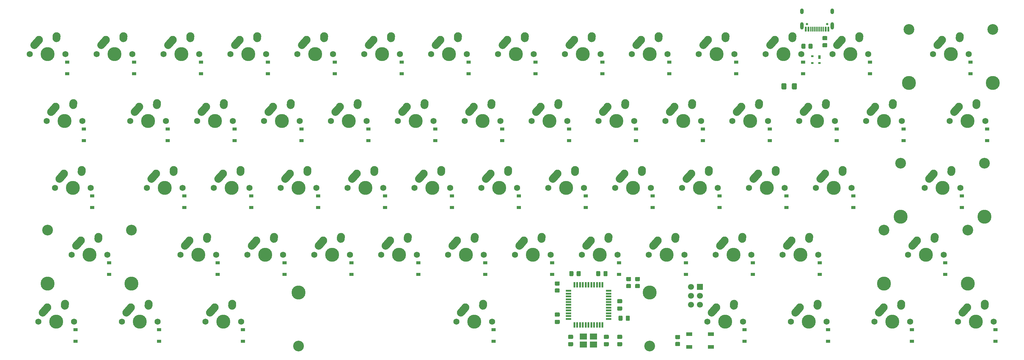
<source format=gbr>
G04 #@! TF.GenerationSoftware,KiCad,Pcbnew,(5.1.9)-1*
G04 #@! TF.CreationDate,2021-03-29T17:21:37+03:00*
G04 #@! TF.ProjectId,hotshot_keyboard,686f7473-686f-4745-9f6b-6579626f6172,rev?*
G04 #@! TF.SameCoordinates,Original*
G04 #@! TF.FileFunction,Soldermask,Bot*
G04 #@! TF.FilePolarity,Negative*
%FSLAX46Y46*%
G04 Gerber Fmt 4.6, Leading zero omitted, Abs format (unit mm)*
G04 Created by KiCad (PCBNEW (5.1.9)-1) date 2021-03-29 17:21:37*
%MOMM*%
%LPD*%
G01*
G04 APERTURE LIST*
%ADD10C,1.750000*%
%ADD11C,2.250000*%
%ADD12C,3.987800*%
%ADD13C,3.048000*%
%ADD14R,1.200000X0.900000*%
%ADD15R,0.700000X0.600000*%
%ADD16R,0.700000X1.000000*%
%ADD17R,2.100000X1.800000*%
%ADD18R,0.550000X1.500000*%
%ADD19R,1.500000X0.550000*%
%ADD20R,1.800000X1.100000*%
%ADD21R,0.600000X1.450000*%
%ADD22R,0.300000X1.450000*%
%ADD23O,1.000000X2.100000*%
%ADD24C,0.650000*%
%ADD25O,1.000000X1.600000*%
%ADD26R,1.700000X1.700000*%
%ADD27C,1.700000*%
G04 APERTURE END LIST*
D10*
X176530000Y-61912500D03*
X166370000Y-61912500D03*
D11*
X168950000Y-57912500D03*
D12*
X171450000Y-61912500D03*
G36*
G01*
X166888688Y-60209850D02*
X166888683Y-60209845D01*
G75*
G02*
X166802655Y-58621183I751317J837345D01*
G01*
X168112657Y-57161183D01*
G75*
G02*
X169701319Y-57075155I837345J-751317D01*
G01*
X169701319Y-57075155D01*
G75*
G02*
X169787347Y-58663817I-751317J-837345D01*
G01*
X168477345Y-60123817D01*
G75*
G02*
X166888683Y-60209845I-837345J751317D01*
G01*
G37*
D11*
X173990000Y-56832500D03*
G36*
G01*
X173873483Y-58534895D02*
X173872597Y-58534834D01*
G75*
G02*
X172827666Y-57335097I77403J1122334D01*
G01*
X172867666Y-56755097D01*
G75*
G02*
X174067403Y-55710166I1122334J-77403D01*
G01*
X174067403Y-55710166D01*
G75*
G02*
X175112334Y-56909903I-77403J-1122334D01*
G01*
X175072334Y-57489903D01*
G75*
G02*
X173872597Y-58534834I-1122334J77403D01*
G01*
G37*
D10*
X214630000Y-61912500D03*
X204470000Y-61912500D03*
D11*
X207050000Y-57912500D03*
D12*
X209550000Y-61912500D03*
G36*
G01*
X204988688Y-60209850D02*
X204988683Y-60209845D01*
G75*
G02*
X204902655Y-58621183I751317J837345D01*
G01*
X206212657Y-57161183D01*
G75*
G02*
X207801319Y-57075155I837345J-751317D01*
G01*
X207801319Y-57075155D01*
G75*
G02*
X207887347Y-58663817I-751317J-837345D01*
G01*
X206577345Y-60123817D01*
G75*
G02*
X204988683Y-60209845I-837345J751317D01*
G01*
G37*
D11*
X212090000Y-56832500D03*
G36*
G01*
X211973483Y-58534895D02*
X211972597Y-58534834D01*
G75*
G02*
X210927666Y-57335097I77403J1122334D01*
G01*
X210967666Y-56755097D01*
G75*
G02*
X212167403Y-55710166I1122334J-77403D01*
G01*
X212167403Y-55710166D01*
G75*
G02*
X213212334Y-56909903I-77403J-1122334D01*
G01*
X213172334Y-57489903D01*
G75*
G02*
X211972597Y-58534834I-1122334J77403D01*
G01*
G37*
D12*
X195256150Y-91757500D03*
X95256350Y-91757500D03*
D13*
X195256150Y-106997500D03*
X95256350Y-106997500D03*
D10*
X150336250Y-100012500D03*
X140176250Y-100012500D03*
D11*
X142756250Y-96012500D03*
D12*
X145256250Y-100012500D03*
G36*
G01*
X140694938Y-98309850D02*
X140694933Y-98309845D01*
G75*
G02*
X140608905Y-96721183I751317J837345D01*
G01*
X141918907Y-95261183D01*
G75*
G02*
X143507569Y-95175155I837345J-751317D01*
G01*
X143507569Y-95175155D01*
G75*
G02*
X143593597Y-96763817I-751317J-837345D01*
G01*
X142283595Y-98223817D01*
G75*
G02*
X140694933Y-98309845I-837345J751317D01*
G01*
G37*
D11*
X147796250Y-94932500D03*
G36*
G01*
X147679733Y-96634895D02*
X147678847Y-96634834D01*
G75*
G02*
X146633916Y-95435097I77403J1122334D01*
G01*
X146673916Y-94855097D01*
G75*
G02*
X147873653Y-93810166I1122334J-77403D01*
G01*
X147873653Y-93810166D01*
G75*
G02*
X148918584Y-95009903I-77403J-1122334D01*
G01*
X148878584Y-95589903D01*
G75*
G02*
X147678847Y-96634834I-1122334J77403D01*
G01*
G37*
G36*
G01*
X235725000Y-33645000D02*
X235725000Y-32395000D01*
G75*
G02*
X235975000Y-32145000I250000J0D01*
G01*
X236900000Y-32145000D01*
G75*
G02*
X237150000Y-32395000I0J-250000D01*
G01*
X237150000Y-33645000D01*
G75*
G02*
X236900000Y-33895000I-250000J0D01*
G01*
X235975000Y-33895000D01*
G75*
G02*
X235725000Y-33645000I0J250000D01*
G01*
G37*
G36*
G01*
X232750000Y-33645000D02*
X232750000Y-32395000D01*
G75*
G02*
X233000000Y-32145000I250000J0D01*
G01*
X233925000Y-32145000D01*
G75*
G02*
X234175000Y-32395000I0J-250000D01*
G01*
X234175000Y-33645000D01*
G75*
G02*
X233925000Y-33895000I-250000J0D01*
G01*
X233000000Y-33895000D01*
G75*
G02*
X232750000Y-33645000I0J250000D01*
G01*
G37*
D10*
X267017500Y-42862500D03*
X256857500Y-42862500D03*
D11*
X259437500Y-38862500D03*
D12*
X261937500Y-42862500D03*
G36*
G01*
X257376188Y-41159850D02*
X257376183Y-41159845D01*
G75*
G02*
X257290155Y-39571183I751317J837345D01*
G01*
X258600157Y-38111183D01*
G75*
G02*
X260188819Y-38025155I837345J-751317D01*
G01*
X260188819Y-38025155D01*
G75*
G02*
X260274847Y-39613817I-751317J-837345D01*
G01*
X258964845Y-41073817D01*
G75*
G02*
X257376183Y-41159845I-837345J751317D01*
G01*
G37*
D11*
X264477500Y-37782500D03*
G36*
G01*
X264360983Y-39484895D02*
X264360097Y-39484834D01*
G75*
G02*
X263315166Y-38285097I77403J1122334D01*
G01*
X263355166Y-37705097D01*
G75*
G02*
X264554903Y-36660166I1122334J-77403D01*
G01*
X264554903Y-36660166D01*
G75*
G02*
X265599834Y-37859903I-77403J-1122334D01*
G01*
X265559834Y-38439903D01*
G75*
G02*
X264360097Y-39484834I-1122334J77403D01*
G01*
G37*
D10*
X224155000Y-80962500D03*
X213995000Y-80962500D03*
D11*
X216575000Y-76962500D03*
D12*
X219075000Y-80962500D03*
G36*
G01*
X214513688Y-79259850D02*
X214513683Y-79259845D01*
G75*
G02*
X214427655Y-77671183I751317J837345D01*
G01*
X215737657Y-76211183D01*
G75*
G02*
X217326319Y-76125155I837345J-751317D01*
G01*
X217326319Y-76125155D01*
G75*
G02*
X217412347Y-77713817I-751317J-837345D01*
G01*
X216102345Y-79173817D01*
G75*
G02*
X214513683Y-79259845I-837345J751317D01*
G01*
G37*
D11*
X221615000Y-75882500D03*
G36*
G01*
X221498483Y-77584895D02*
X221497597Y-77584834D01*
G75*
G02*
X220452666Y-76385097I77403J1122334D01*
G01*
X220492666Y-75805097D01*
G75*
G02*
X221692403Y-74760166I1122334J-77403D01*
G01*
X221692403Y-74760166D01*
G75*
G02*
X222737334Y-75959903I-77403J-1122334D01*
G01*
X222697334Y-76539903D01*
G75*
G02*
X221497597Y-77584834I-1122334J77403D01*
G01*
G37*
D10*
X62230000Y-61912500D03*
X52070000Y-61912500D03*
D11*
X54650000Y-57912500D03*
D12*
X57150000Y-61912500D03*
G36*
G01*
X52588688Y-60209850D02*
X52588683Y-60209845D01*
G75*
G02*
X52502655Y-58621183I751317J837345D01*
G01*
X53812657Y-57161183D01*
G75*
G02*
X55401319Y-57075155I837345J-751317D01*
G01*
X55401319Y-57075155D01*
G75*
G02*
X55487347Y-58663817I-751317J-837345D01*
G01*
X54177345Y-60123817D01*
G75*
G02*
X52588683Y-60209845I-837345J751317D01*
G01*
G37*
D11*
X59690000Y-56832500D03*
G36*
G01*
X59573483Y-58534895D02*
X59572597Y-58534834D01*
G75*
G02*
X58527666Y-57335097I77403J1122334D01*
G01*
X58567666Y-56755097D01*
G75*
G02*
X59767403Y-55710166I1122334J-77403D01*
G01*
X59767403Y-55710166D01*
G75*
G02*
X60812334Y-56909903I-77403J-1122334D01*
G01*
X60772334Y-57489903D01*
G75*
G02*
X59572597Y-58534834I-1122334J77403D01*
G01*
G37*
D10*
X247967500Y-42862500D03*
X237807500Y-42862500D03*
D11*
X240387500Y-38862500D03*
D12*
X242887500Y-42862500D03*
G36*
G01*
X238326188Y-41159850D02*
X238326183Y-41159845D01*
G75*
G02*
X238240155Y-39571183I751317J837345D01*
G01*
X239550157Y-38111183D01*
G75*
G02*
X241138819Y-38025155I837345J-751317D01*
G01*
X241138819Y-38025155D01*
G75*
G02*
X241224847Y-39613817I-751317J-837345D01*
G01*
X239914845Y-41073817D01*
G75*
G02*
X238326183Y-41159845I-837345J751317D01*
G01*
G37*
D11*
X245427500Y-37782500D03*
G36*
G01*
X245310983Y-39484895D02*
X245310097Y-39484834D01*
G75*
G02*
X244265166Y-38285097I77403J1122334D01*
G01*
X244305166Y-37705097D01*
G75*
G02*
X245504903Y-36660166I1122334J-77403D01*
G01*
X245504903Y-36660166D01*
G75*
G02*
X246549834Y-37859903I-77403J-1122334D01*
G01*
X246509834Y-38439903D01*
G75*
G02*
X245310097Y-39484834I-1122334J77403D01*
G01*
G37*
D10*
X57467500Y-42862500D03*
X47307500Y-42862500D03*
D11*
X49887500Y-38862500D03*
D12*
X52387500Y-42862500D03*
G36*
G01*
X47826188Y-41159850D02*
X47826183Y-41159845D01*
G75*
G02*
X47740155Y-39571183I751317J837345D01*
G01*
X49050157Y-38111183D01*
G75*
G02*
X50638819Y-38025155I837345J-751317D01*
G01*
X50638819Y-38025155D01*
G75*
G02*
X50724847Y-39613817I-751317J-837345D01*
G01*
X49414845Y-41073817D01*
G75*
G02*
X47826183Y-41159845I-837345J751317D01*
G01*
G37*
D11*
X54927500Y-37782500D03*
G36*
G01*
X54810983Y-39484895D02*
X54810097Y-39484834D01*
G75*
G02*
X53765166Y-38285097I77403J1122334D01*
G01*
X53805166Y-37705097D01*
G75*
G02*
X55004903Y-36660166I1122334J-77403D01*
G01*
X55004903Y-36660166D01*
G75*
G02*
X56049834Y-37859903I-77403J-1122334D01*
G01*
X56009834Y-38439903D01*
G75*
G02*
X54810097Y-39484834I-1122334J77403D01*
G01*
G37*
D10*
X162242500Y-23812500D03*
X152082500Y-23812500D03*
D11*
X154662500Y-19812500D03*
D12*
X157162500Y-23812500D03*
G36*
G01*
X152601188Y-22109850D02*
X152601183Y-22109845D01*
G75*
G02*
X152515155Y-20521183I751317J837345D01*
G01*
X153825157Y-19061183D01*
G75*
G02*
X155413819Y-18975155I837345J-751317D01*
G01*
X155413819Y-18975155D01*
G75*
G02*
X155499847Y-20563817I-751317J-837345D01*
G01*
X154189845Y-22023817D01*
G75*
G02*
X152601183Y-22109845I-837345J751317D01*
G01*
G37*
D11*
X159702500Y-18732500D03*
G36*
G01*
X159585983Y-20434895D02*
X159585097Y-20434834D01*
G75*
G02*
X158540166Y-19235097I77403J1122334D01*
G01*
X158580166Y-18655097D01*
G75*
G02*
X159779903Y-17610166I1122334J-77403D01*
G01*
X159779903Y-17610166D01*
G75*
G02*
X160824834Y-18809903I-77403J-1122334D01*
G01*
X160784834Y-19389903D01*
G75*
G02*
X159585097Y-20434834I-1122334J77403D01*
G01*
G37*
D10*
X143192500Y-23812500D03*
X133032500Y-23812500D03*
D11*
X135612500Y-19812500D03*
D12*
X138112500Y-23812500D03*
G36*
G01*
X133551188Y-22109850D02*
X133551183Y-22109845D01*
G75*
G02*
X133465155Y-20521183I751317J837345D01*
G01*
X134775157Y-19061183D01*
G75*
G02*
X136363819Y-18975155I837345J-751317D01*
G01*
X136363819Y-18975155D01*
G75*
G02*
X136449847Y-20563817I-751317J-837345D01*
G01*
X135139845Y-22023817D01*
G75*
G02*
X133551183Y-22109845I-837345J751317D01*
G01*
G37*
D11*
X140652500Y-18732500D03*
G36*
G01*
X140535983Y-20434895D02*
X140535097Y-20434834D01*
G75*
G02*
X139490166Y-19235097I77403J1122334D01*
G01*
X139530166Y-18655097D01*
G75*
G02*
X140729903Y-17610166I1122334J-77403D01*
G01*
X140729903Y-17610166D01*
G75*
G02*
X141774834Y-18809903I-77403J-1122334D01*
G01*
X141734834Y-19389903D01*
G75*
G02*
X140535097Y-20434834I-1122334J77403D01*
G01*
G37*
D10*
X86042500Y-23812500D03*
X75882500Y-23812500D03*
D11*
X78462500Y-19812500D03*
D12*
X80962500Y-23812500D03*
G36*
G01*
X76401188Y-22109850D02*
X76401183Y-22109845D01*
G75*
G02*
X76315155Y-20521183I751317J837345D01*
G01*
X77625157Y-19061183D01*
G75*
G02*
X79213819Y-18975155I837345J-751317D01*
G01*
X79213819Y-18975155D01*
G75*
G02*
X79299847Y-20563817I-751317J-837345D01*
G01*
X77989845Y-22023817D01*
G75*
G02*
X76401183Y-22109845I-837345J751317D01*
G01*
G37*
D11*
X83502500Y-18732500D03*
G36*
G01*
X83385983Y-20434895D02*
X83385097Y-20434834D01*
G75*
G02*
X82340166Y-19235097I77403J1122334D01*
G01*
X82380166Y-18655097D01*
G75*
G02*
X83579903Y-17610166I1122334J-77403D01*
G01*
X83579903Y-17610166D01*
G75*
G02*
X84624834Y-18809903I-77403J-1122334D01*
G01*
X84584834Y-19389903D01*
G75*
G02*
X83385097Y-20434834I-1122334J77403D01*
G01*
G37*
D14*
X238918750Y-26131250D03*
X238918750Y-29431250D03*
D10*
X124142500Y-23812500D03*
X113982500Y-23812500D03*
D11*
X116562500Y-19812500D03*
D12*
X119062500Y-23812500D03*
G36*
G01*
X114501188Y-22109850D02*
X114501183Y-22109845D01*
G75*
G02*
X114415155Y-20521183I751317J837345D01*
G01*
X115725157Y-19061183D01*
G75*
G02*
X117313819Y-18975155I837345J-751317D01*
G01*
X117313819Y-18975155D01*
G75*
G02*
X117399847Y-20563817I-751317J-837345D01*
G01*
X116089845Y-22023817D01*
G75*
G02*
X114501183Y-22109845I-837345J751317D01*
G01*
G37*
D11*
X121602500Y-18732500D03*
G36*
G01*
X121485983Y-20434895D02*
X121485097Y-20434834D01*
G75*
G02*
X120440166Y-19235097I77403J1122334D01*
G01*
X120480166Y-18655097D01*
G75*
G02*
X121679903Y-17610166I1122334J-77403D01*
G01*
X121679903Y-17610166D01*
G75*
G02*
X122724834Y-18809903I-77403J-1122334D01*
G01*
X122684834Y-19389903D01*
G75*
G02*
X121485097Y-20434834I-1122334J77403D01*
G01*
G37*
D10*
X28892500Y-23812500D03*
X18732500Y-23812500D03*
D11*
X21312500Y-19812500D03*
D12*
X23812500Y-23812500D03*
G36*
G01*
X19251188Y-22109850D02*
X19251183Y-22109845D01*
G75*
G02*
X19165155Y-20521183I751317J837345D01*
G01*
X20475157Y-19061183D01*
G75*
G02*
X22063819Y-18975155I837345J-751317D01*
G01*
X22063819Y-18975155D01*
G75*
G02*
X22149847Y-20563817I-751317J-837345D01*
G01*
X20839845Y-22023817D01*
G75*
G02*
X19251183Y-22109845I-837345J751317D01*
G01*
G37*
D11*
X26352500Y-18732500D03*
G36*
G01*
X26235983Y-20434895D02*
X26235097Y-20434834D01*
G75*
G02*
X25190166Y-19235097I77403J1122334D01*
G01*
X25230166Y-18655097D01*
G75*
G02*
X26429903Y-17610166I1122334J-77403D01*
G01*
X26429903Y-17610166D01*
G75*
G02*
X27474834Y-18809903I-77403J-1122334D01*
G01*
X27434834Y-19389903D01*
G75*
G02*
X26235097Y-20434834I-1122334J77403D01*
G01*
G37*
D10*
X233680000Y-61912500D03*
X223520000Y-61912500D03*
D11*
X226100000Y-57912500D03*
D12*
X228600000Y-61912500D03*
G36*
G01*
X224038688Y-60209850D02*
X224038683Y-60209845D01*
G75*
G02*
X223952655Y-58621183I751317J837345D01*
G01*
X225262657Y-57161183D01*
G75*
G02*
X226851319Y-57075155I837345J-751317D01*
G01*
X226851319Y-57075155D01*
G75*
G02*
X226937347Y-58663817I-751317J-837345D01*
G01*
X225627345Y-60123817D01*
G75*
G02*
X224038683Y-60209845I-837345J751317D01*
G01*
G37*
D11*
X231140000Y-56832500D03*
G36*
G01*
X231023483Y-58534895D02*
X231022597Y-58534834D01*
G75*
G02*
X229977666Y-57335097I77403J1122334D01*
G01*
X230017666Y-56755097D01*
G75*
G02*
X231217403Y-55710166I1122334J-77403D01*
G01*
X231217403Y-55710166D01*
G75*
G02*
X232262334Y-56909903I-77403J-1122334D01*
G01*
X232222334Y-57489903D01*
G75*
G02*
X231022597Y-58534834I-1122334J77403D01*
G01*
G37*
D10*
X205105000Y-80962500D03*
X194945000Y-80962500D03*
D11*
X197525000Y-76962500D03*
D12*
X200025000Y-80962500D03*
G36*
G01*
X195463688Y-79259850D02*
X195463683Y-79259845D01*
G75*
G02*
X195377655Y-77671183I751317J837345D01*
G01*
X196687657Y-76211183D01*
G75*
G02*
X198276319Y-76125155I837345J-751317D01*
G01*
X198276319Y-76125155D01*
G75*
G02*
X198362347Y-77713817I-751317J-837345D01*
G01*
X197052345Y-79173817D01*
G75*
G02*
X195463683Y-79259845I-837345J751317D01*
G01*
G37*
D11*
X202565000Y-75882500D03*
G36*
G01*
X202448483Y-77584895D02*
X202447597Y-77584834D01*
G75*
G02*
X201402666Y-76385097I77403J1122334D01*
G01*
X201442666Y-75805097D01*
G75*
G02*
X202642403Y-74760166I1122334J-77403D01*
G01*
X202642403Y-74760166D01*
G75*
G02*
X203687334Y-75959903I-77403J-1122334D01*
G01*
X203647334Y-76539903D01*
G75*
G02*
X202447597Y-77584834I-1122334J77403D01*
G01*
G37*
G36*
G01*
X186215000Y-105860000D02*
X187165000Y-105860000D01*
G75*
G02*
X187415000Y-106110000I0J-250000D01*
G01*
X187415000Y-106785000D01*
G75*
G02*
X187165000Y-107035000I-250000J0D01*
G01*
X186215000Y-107035000D01*
G75*
G02*
X185965000Y-106785000I0J250000D01*
G01*
X185965000Y-106110000D01*
G75*
G02*
X186215000Y-105860000I250000J0D01*
G01*
G37*
G36*
G01*
X186215000Y-103785000D02*
X187165000Y-103785000D01*
G75*
G02*
X187415000Y-104035000I0J-250000D01*
G01*
X187415000Y-104710000D01*
G75*
G02*
X187165000Y-104960000I-250000J0D01*
G01*
X186215000Y-104960000D01*
G75*
G02*
X185965000Y-104710000I0J250000D01*
G01*
X185965000Y-104035000D01*
G75*
G02*
X186215000Y-103785000I250000J0D01*
G01*
G37*
D10*
X257492500Y-23812500D03*
X247332500Y-23812500D03*
D11*
X249912500Y-19812500D03*
D12*
X252412500Y-23812500D03*
G36*
G01*
X247851188Y-22109850D02*
X247851183Y-22109845D01*
G75*
G02*
X247765155Y-20521183I751317J837345D01*
G01*
X249075157Y-19061183D01*
G75*
G02*
X250663819Y-18975155I837345J-751317D01*
G01*
X250663819Y-18975155D01*
G75*
G02*
X250749847Y-20563817I-751317J-837345D01*
G01*
X249439845Y-22023817D01*
G75*
G02*
X247851183Y-22109845I-837345J751317D01*
G01*
G37*
D11*
X254952500Y-18732500D03*
G36*
G01*
X254835983Y-20434895D02*
X254835097Y-20434834D01*
G75*
G02*
X253790166Y-19235097I77403J1122334D01*
G01*
X253830166Y-18655097D01*
G75*
G02*
X255029903Y-17610166I1122334J-77403D01*
G01*
X255029903Y-17610166D01*
G75*
G02*
X256074834Y-18809903I-77403J-1122334D01*
G01*
X256034834Y-19389903D01*
G75*
G02*
X254835097Y-20434834I-1122334J77403D01*
G01*
G37*
D10*
X293211250Y-100012500D03*
X283051250Y-100012500D03*
D11*
X285631250Y-96012500D03*
D12*
X288131250Y-100012500D03*
G36*
G01*
X283569938Y-98309850D02*
X283569933Y-98309845D01*
G75*
G02*
X283483905Y-96721183I751317J837345D01*
G01*
X284793907Y-95261183D01*
G75*
G02*
X286382569Y-95175155I837345J-751317D01*
G01*
X286382569Y-95175155D01*
G75*
G02*
X286468597Y-96763817I-751317J-837345D01*
G01*
X285158595Y-98223817D01*
G75*
G02*
X283569933Y-98309845I-837345J751317D01*
G01*
G37*
D11*
X290671250Y-94932500D03*
G36*
G01*
X290554733Y-96634895D02*
X290553847Y-96634834D01*
G75*
G02*
X289508916Y-95435097I77403J1122334D01*
G01*
X289548916Y-94855097D01*
G75*
G02*
X290748653Y-93810166I1122334J-77403D01*
G01*
X290748653Y-93810166D01*
G75*
G02*
X291793584Y-95009903I-77403J-1122334D01*
G01*
X291753584Y-95589903D01*
G75*
G02*
X290553847Y-96634834I-1122334J77403D01*
G01*
G37*
D15*
X241570000Y-26350000D03*
X243570000Y-26350000D03*
X241570000Y-24450000D03*
D16*
X243570000Y-24650000D03*
D12*
X285781750Y-89217500D03*
X261905750Y-89217500D03*
D13*
X285781750Y-73977500D03*
X261905750Y-73977500D03*
D10*
X278923750Y-80962500D03*
X268763750Y-80962500D03*
D11*
X271343750Y-76962500D03*
D12*
X273843750Y-80962500D03*
G36*
G01*
X269282438Y-79259850D02*
X269282433Y-79259845D01*
G75*
G02*
X269196405Y-77671183I751317J837345D01*
G01*
X270506407Y-76211183D01*
G75*
G02*
X272095069Y-76125155I837345J-751317D01*
G01*
X272095069Y-76125155D01*
G75*
G02*
X272181097Y-77713817I-751317J-837345D01*
G01*
X270871095Y-79173817D01*
G75*
G02*
X269282433Y-79259845I-837345J751317D01*
G01*
G37*
D11*
X276383750Y-75882500D03*
G36*
G01*
X276267233Y-77584895D02*
X276266347Y-77584834D01*
G75*
G02*
X275221416Y-76385097I77403J1122334D01*
G01*
X275261416Y-75805097D01*
G75*
G02*
X276461153Y-74760166I1122334J-77403D01*
G01*
X276461153Y-74760166D01*
G75*
G02*
X277506084Y-75959903I-77403J-1122334D01*
G01*
X277466084Y-76539903D01*
G75*
G02*
X276266347Y-77584834I-1122334J77403D01*
G01*
G37*
D17*
X176350000Y-106560000D03*
X179250000Y-106560000D03*
X179250000Y-104260000D03*
X176350000Y-104260000D03*
D18*
X181800000Y-89550000D03*
X181000000Y-89550000D03*
X180200000Y-89550000D03*
X179400000Y-89550000D03*
X178600000Y-89550000D03*
X177800000Y-89550000D03*
X177000000Y-89550000D03*
X176200000Y-89550000D03*
X175400000Y-89550000D03*
X174600000Y-89550000D03*
X173800000Y-89550000D03*
D19*
X172100000Y-91250000D03*
X172100000Y-92050000D03*
X172100000Y-92850000D03*
X172100000Y-93650000D03*
X172100000Y-94450000D03*
X172100000Y-95250000D03*
X172100000Y-96050000D03*
X172100000Y-96850000D03*
X172100000Y-97650000D03*
X172100000Y-98450000D03*
X172100000Y-99250000D03*
D18*
X173800000Y-100950000D03*
X174600000Y-100950000D03*
X175400000Y-100950000D03*
X176200000Y-100950000D03*
X177000000Y-100950000D03*
X177800000Y-100950000D03*
X178600000Y-100950000D03*
X179400000Y-100950000D03*
X180200000Y-100950000D03*
X181000000Y-100950000D03*
X181800000Y-100950000D03*
D19*
X183500000Y-99250000D03*
X183500000Y-98450000D03*
X183500000Y-97650000D03*
X183500000Y-96850000D03*
X183500000Y-96050000D03*
X183500000Y-95250000D03*
X183500000Y-94450000D03*
X183500000Y-93650000D03*
X183500000Y-92850000D03*
X183500000Y-92050000D03*
X183500000Y-91250000D03*
D20*
X206450000Y-107260000D03*
X212650000Y-107260000D03*
X206450000Y-103560000D03*
X212650000Y-103560000D03*
G36*
G01*
X244659999Y-18704000D02*
X245560001Y-18704000D01*
G75*
G02*
X245810000Y-18953999I0J-249999D01*
G01*
X245810000Y-19654001D01*
G75*
G02*
X245560001Y-19904000I-249999J0D01*
G01*
X244659999Y-19904000D01*
G75*
G02*
X244410000Y-19654001I0J249999D01*
G01*
X244410000Y-18953999D01*
G75*
G02*
X244659999Y-18704000I249999J0D01*
G01*
G37*
G36*
G01*
X244659999Y-20704000D02*
X245560001Y-20704000D01*
G75*
G02*
X245810000Y-20953999I0J-249999D01*
G01*
X245810000Y-21654001D01*
G75*
G02*
X245560001Y-21904000I-249999J0D01*
G01*
X244659999Y-21904000D01*
G75*
G02*
X244410000Y-21654001I0J249999D01*
G01*
X244410000Y-20953999D01*
G75*
G02*
X244659999Y-20704000I249999J0D01*
G01*
G37*
G36*
G01*
X239630000Y-21139999D02*
X239630000Y-22040001D01*
G75*
G02*
X239380001Y-22290000I-249999J0D01*
G01*
X238679999Y-22290000D01*
G75*
G02*
X238430000Y-22040001I0J249999D01*
G01*
X238430000Y-21139999D01*
G75*
G02*
X238679999Y-20890000I249999J0D01*
G01*
X239380001Y-20890000D01*
G75*
G02*
X239630000Y-21139999I0J-249999D01*
G01*
G37*
G36*
G01*
X241630000Y-21139999D02*
X241630000Y-22040001D01*
G75*
G02*
X241380001Y-22290000I-249999J0D01*
G01*
X240679999Y-22290000D01*
G75*
G02*
X240430000Y-22040001I0J249999D01*
G01*
X240430000Y-21139999D01*
G75*
G02*
X240679999Y-20890000I249999J0D01*
G01*
X241380001Y-20890000D01*
G75*
G02*
X241630000Y-21139999I0J-249999D01*
G01*
G37*
G36*
G01*
X192220001Y-88500000D02*
X191319999Y-88500000D01*
G75*
G02*
X191070000Y-88250001I0J249999D01*
G01*
X191070000Y-87549999D01*
G75*
G02*
X191319999Y-87300000I249999J0D01*
G01*
X192220001Y-87300000D01*
G75*
G02*
X192470000Y-87549999I0J-249999D01*
G01*
X192470000Y-88250001D01*
G75*
G02*
X192220001Y-88500000I-249999J0D01*
G01*
G37*
G36*
G01*
X192220001Y-90500000D02*
X191319999Y-90500000D01*
G75*
G02*
X191070000Y-90250001I0J249999D01*
G01*
X191070000Y-89549999D01*
G75*
G02*
X191319999Y-89300000I249999J0D01*
G01*
X192220001Y-89300000D01*
G75*
G02*
X192470000Y-89549999I0J-249999D01*
G01*
X192470000Y-90250001D01*
G75*
G02*
X192220001Y-90500000I-249999J0D01*
G01*
G37*
G36*
G01*
X189680001Y-88500000D02*
X188779999Y-88500000D01*
G75*
G02*
X188530000Y-88250001I0J249999D01*
G01*
X188530000Y-87549999D01*
G75*
G02*
X188779999Y-87300000I249999J0D01*
G01*
X189680001Y-87300000D01*
G75*
G02*
X189930000Y-87549999I0J-249999D01*
G01*
X189930000Y-88250001D01*
G75*
G02*
X189680001Y-88500000I-249999J0D01*
G01*
G37*
G36*
G01*
X189680001Y-90500000D02*
X188779999Y-90500000D01*
G75*
G02*
X188530000Y-90250001I0J249999D01*
G01*
X188530000Y-89549999D01*
G75*
G02*
X188779999Y-89300000I249999J0D01*
G01*
X189680001Y-89300000D01*
G75*
G02*
X189930000Y-89549999I0J-249999D01*
G01*
X189930000Y-90250001D01*
G75*
G02*
X189680001Y-90500000I-249999J0D01*
G01*
G37*
G36*
G01*
X169360001Y-89770000D02*
X168459999Y-89770000D01*
G75*
G02*
X168210000Y-89520001I0J249999D01*
G01*
X168210000Y-88819999D01*
G75*
G02*
X168459999Y-88570000I249999J0D01*
G01*
X169360001Y-88570000D01*
G75*
G02*
X169610000Y-88819999I0J-249999D01*
G01*
X169610000Y-89520001D01*
G75*
G02*
X169360001Y-89770000I-249999J0D01*
G01*
G37*
G36*
G01*
X169360001Y-91770000D02*
X168459999Y-91770000D01*
G75*
G02*
X168210000Y-91520001I0J249999D01*
G01*
X168210000Y-90819999D01*
G75*
G02*
X168459999Y-90570000I249999J0D01*
G01*
X169360001Y-90570000D01*
G75*
G02*
X169610000Y-90819999I0J-249999D01*
G01*
X169610000Y-91520001D01*
G75*
G02*
X169360001Y-91770000I-249999J0D01*
G01*
G37*
G36*
G01*
X202749999Y-105810000D02*
X203650001Y-105810000D01*
G75*
G02*
X203900000Y-106059999I0J-249999D01*
G01*
X203900000Y-106760001D01*
G75*
G02*
X203650001Y-107010000I-249999J0D01*
G01*
X202749999Y-107010000D01*
G75*
G02*
X202500000Y-106760001I0J249999D01*
G01*
X202500000Y-106059999D01*
G75*
G02*
X202749999Y-105810000I249999J0D01*
G01*
G37*
G36*
G01*
X202749999Y-103810000D02*
X203650001Y-103810000D01*
G75*
G02*
X203900000Y-104059999I0J-249999D01*
G01*
X203900000Y-104760001D01*
G75*
G02*
X203650001Y-105010000I-249999J0D01*
G01*
X202749999Y-105010000D01*
G75*
G02*
X202500000Y-104760001I0J249999D01*
G01*
X202500000Y-104059999D01*
G75*
G02*
X202749999Y-103810000I249999J0D01*
G01*
G37*
D10*
X269398750Y-100012500D03*
X259238750Y-100012500D03*
D11*
X261818750Y-96012500D03*
D12*
X264318750Y-100012500D03*
G36*
G01*
X259757438Y-98309850D02*
X259757433Y-98309845D01*
G75*
G02*
X259671405Y-96721183I751317J837345D01*
G01*
X260981407Y-95261183D01*
G75*
G02*
X262570069Y-95175155I837345J-751317D01*
G01*
X262570069Y-95175155D01*
G75*
G02*
X262656097Y-96763817I-751317J-837345D01*
G01*
X261346095Y-98223817D01*
G75*
G02*
X259757433Y-98309845I-837345J751317D01*
G01*
G37*
D11*
X266858750Y-94932500D03*
G36*
G01*
X266742233Y-96634895D02*
X266741347Y-96634834D01*
G75*
G02*
X265696416Y-95435097I77403J1122334D01*
G01*
X265736416Y-94855097D01*
G75*
G02*
X266936153Y-93810166I1122334J-77403D01*
G01*
X266936153Y-93810166D01*
G75*
G02*
X267981084Y-95009903I-77403J-1122334D01*
G01*
X267941084Y-95589903D01*
G75*
G02*
X266741347Y-96634834I-1122334J77403D01*
G01*
G37*
D10*
X245586250Y-100012500D03*
X235426250Y-100012500D03*
D11*
X238006250Y-96012500D03*
D12*
X240506250Y-100012500D03*
G36*
G01*
X235944938Y-98309850D02*
X235944933Y-98309845D01*
G75*
G02*
X235858905Y-96721183I751317J837345D01*
G01*
X237168907Y-95261183D01*
G75*
G02*
X238757569Y-95175155I837345J-751317D01*
G01*
X238757569Y-95175155D01*
G75*
G02*
X238843597Y-96763817I-751317J-837345D01*
G01*
X237533595Y-98223817D01*
G75*
G02*
X235944933Y-98309845I-837345J751317D01*
G01*
G37*
D11*
X243046250Y-94932500D03*
G36*
G01*
X242929733Y-96634895D02*
X242928847Y-96634834D01*
G75*
G02*
X241883916Y-95435097I77403J1122334D01*
G01*
X241923916Y-94855097D01*
G75*
G02*
X243123653Y-93810166I1122334J-77403D01*
G01*
X243123653Y-93810166D01*
G75*
G02*
X244168584Y-95009903I-77403J-1122334D01*
G01*
X244128584Y-95589903D01*
G75*
G02*
X242928847Y-96634834I-1122334J77403D01*
G01*
G37*
D10*
X221773750Y-100012500D03*
X211613750Y-100012500D03*
D11*
X214193750Y-96012500D03*
D12*
X216693750Y-100012500D03*
G36*
G01*
X212132438Y-98309850D02*
X212132433Y-98309845D01*
G75*
G02*
X212046405Y-96721183I751317J837345D01*
G01*
X213356407Y-95261183D01*
G75*
G02*
X214945069Y-95175155I837345J-751317D01*
G01*
X214945069Y-95175155D01*
G75*
G02*
X215031097Y-96763817I-751317J-837345D01*
G01*
X213721095Y-98223817D01*
G75*
G02*
X212132433Y-98309845I-837345J751317D01*
G01*
G37*
D11*
X219233750Y-94932500D03*
G36*
G01*
X219117233Y-96634895D02*
X219116347Y-96634834D01*
G75*
G02*
X218071416Y-95435097I77403J1122334D01*
G01*
X218111416Y-94855097D01*
G75*
G02*
X219311153Y-93810166I1122334J-77403D01*
G01*
X219311153Y-93810166D01*
G75*
G02*
X220356084Y-95009903I-77403J-1122334D01*
G01*
X220316084Y-95589903D01*
G75*
G02*
X219116347Y-96634834I-1122334J77403D01*
G01*
G37*
D10*
X78898750Y-100012500D03*
X68738750Y-100012500D03*
D11*
X71318750Y-96012500D03*
D12*
X73818750Y-100012500D03*
G36*
G01*
X69257438Y-98309850D02*
X69257433Y-98309845D01*
G75*
G02*
X69171405Y-96721183I751317J837345D01*
G01*
X70481407Y-95261183D01*
G75*
G02*
X72070069Y-95175155I837345J-751317D01*
G01*
X72070069Y-95175155D01*
G75*
G02*
X72156097Y-96763817I-751317J-837345D01*
G01*
X70846095Y-98223817D01*
G75*
G02*
X69257433Y-98309845I-837345J751317D01*
G01*
G37*
D11*
X76358750Y-94932500D03*
G36*
G01*
X76242233Y-96634895D02*
X76241347Y-96634834D01*
G75*
G02*
X75196416Y-95435097I77403J1122334D01*
G01*
X75236416Y-94855097D01*
G75*
G02*
X76436153Y-93810166I1122334J-77403D01*
G01*
X76436153Y-93810166D01*
G75*
G02*
X77481084Y-95009903I-77403J-1122334D01*
G01*
X77441084Y-95589903D01*
G75*
G02*
X76241347Y-96634834I-1122334J77403D01*
G01*
G37*
D10*
X55086250Y-100012500D03*
X44926250Y-100012500D03*
D11*
X47506250Y-96012500D03*
D12*
X50006250Y-100012500D03*
G36*
G01*
X45444938Y-98309850D02*
X45444933Y-98309845D01*
G75*
G02*
X45358905Y-96721183I751317J837345D01*
G01*
X46668907Y-95261183D01*
G75*
G02*
X48257569Y-95175155I837345J-751317D01*
G01*
X48257569Y-95175155D01*
G75*
G02*
X48343597Y-96763817I-751317J-837345D01*
G01*
X47033595Y-98223817D01*
G75*
G02*
X45444933Y-98309845I-837345J751317D01*
G01*
G37*
D11*
X52546250Y-94932500D03*
G36*
G01*
X52429733Y-96634895D02*
X52428847Y-96634834D01*
G75*
G02*
X51383916Y-95435097I77403J1122334D01*
G01*
X51423916Y-94855097D01*
G75*
G02*
X52623653Y-93810166I1122334J-77403D01*
G01*
X52623653Y-93810166D01*
G75*
G02*
X53668584Y-95009903I-77403J-1122334D01*
G01*
X53628584Y-95589903D01*
G75*
G02*
X52428847Y-96634834I-1122334J77403D01*
G01*
G37*
D10*
X31273750Y-100012500D03*
X21113750Y-100012500D03*
D11*
X23693750Y-96012500D03*
D12*
X26193750Y-100012500D03*
G36*
G01*
X21632438Y-98309850D02*
X21632433Y-98309845D01*
G75*
G02*
X21546405Y-96721183I751317J837345D01*
G01*
X22856407Y-95261183D01*
G75*
G02*
X24445069Y-95175155I837345J-751317D01*
G01*
X24445069Y-95175155D01*
G75*
G02*
X24531097Y-96763817I-751317J-837345D01*
G01*
X23221095Y-98223817D01*
G75*
G02*
X21632433Y-98309845I-837345J751317D01*
G01*
G37*
D11*
X28733750Y-94932500D03*
G36*
G01*
X28617233Y-96634895D02*
X28616347Y-96634834D01*
G75*
G02*
X27571416Y-95435097I77403J1122334D01*
G01*
X27611416Y-94855097D01*
G75*
G02*
X28811153Y-93810166I1122334J-77403D01*
G01*
X28811153Y-93810166D01*
G75*
G02*
X29856084Y-95009903I-77403J-1122334D01*
G01*
X29816084Y-95589903D01*
G75*
G02*
X28616347Y-96634834I-1122334J77403D01*
G01*
G37*
D10*
X243205000Y-80962500D03*
X233045000Y-80962500D03*
D11*
X235625000Y-76962500D03*
D12*
X238125000Y-80962500D03*
G36*
G01*
X233563688Y-79259850D02*
X233563683Y-79259845D01*
G75*
G02*
X233477655Y-77671183I751317J837345D01*
G01*
X234787657Y-76211183D01*
G75*
G02*
X236376319Y-76125155I837345J-751317D01*
G01*
X236376319Y-76125155D01*
G75*
G02*
X236462347Y-77713817I-751317J-837345D01*
G01*
X235152345Y-79173817D01*
G75*
G02*
X233563683Y-79259845I-837345J751317D01*
G01*
G37*
D11*
X240665000Y-75882500D03*
G36*
G01*
X240548483Y-77584895D02*
X240547597Y-77584834D01*
G75*
G02*
X239502666Y-76385097I77403J1122334D01*
G01*
X239542666Y-75805097D01*
G75*
G02*
X240742403Y-74760166I1122334J-77403D01*
G01*
X240742403Y-74760166D01*
G75*
G02*
X241787334Y-75959903I-77403J-1122334D01*
G01*
X241747334Y-76539903D01*
G75*
G02*
X240547597Y-77584834I-1122334J77403D01*
G01*
G37*
D10*
X186055000Y-80962500D03*
X175895000Y-80962500D03*
D11*
X178475000Y-76962500D03*
D12*
X180975000Y-80962500D03*
G36*
G01*
X176413688Y-79259850D02*
X176413683Y-79259845D01*
G75*
G02*
X176327655Y-77671183I751317J837345D01*
G01*
X177637657Y-76211183D01*
G75*
G02*
X179226319Y-76125155I837345J-751317D01*
G01*
X179226319Y-76125155D01*
G75*
G02*
X179312347Y-77713817I-751317J-837345D01*
G01*
X178002345Y-79173817D01*
G75*
G02*
X176413683Y-79259845I-837345J751317D01*
G01*
G37*
D11*
X183515000Y-75882500D03*
G36*
G01*
X183398483Y-77584895D02*
X183397597Y-77584834D01*
G75*
G02*
X182352666Y-76385097I77403J1122334D01*
G01*
X182392666Y-75805097D01*
G75*
G02*
X183592403Y-74760166I1122334J-77403D01*
G01*
X183592403Y-74760166D01*
G75*
G02*
X184637334Y-75959903I-77403J-1122334D01*
G01*
X184597334Y-76539903D01*
G75*
G02*
X183397597Y-77584834I-1122334J77403D01*
G01*
G37*
D10*
X167005000Y-80962500D03*
X156845000Y-80962500D03*
D11*
X159425000Y-76962500D03*
D12*
X161925000Y-80962500D03*
G36*
G01*
X157363688Y-79259850D02*
X157363683Y-79259845D01*
G75*
G02*
X157277655Y-77671183I751317J837345D01*
G01*
X158587657Y-76211183D01*
G75*
G02*
X160176319Y-76125155I837345J-751317D01*
G01*
X160176319Y-76125155D01*
G75*
G02*
X160262347Y-77713817I-751317J-837345D01*
G01*
X158952345Y-79173817D01*
G75*
G02*
X157363683Y-79259845I-837345J751317D01*
G01*
G37*
D11*
X164465000Y-75882500D03*
G36*
G01*
X164348483Y-77584895D02*
X164347597Y-77584834D01*
G75*
G02*
X163302666Y-76385097I77403J1122334D01*
G01*
X163342666Y-75805097D01*
G75*
G02*
X164542403Y-74760166I1122334J-77403D01*
G01*
X164542403Y-74760166D01*
G75*
G02*
X165587334Y-75959903I-77403J-1122334D01*
G01*
X165547334Y-76539903D01*
G75*
G02*
X164347597Y-77584834I-1122334J77403D01*
G01*
G37*
D10*
X147955000Y-80962500D03*
X137795000Y-80962500D03*
D11*
X140375000Y-76962500D03*
D12*
X142875000Y-80962500D03*
G36*
G01*
X138313688Y-79259850D02*
X138313683Y-79259845D01*
G75*
G02*
X138227655Y-77671183I751317J837345D01*
G01*
X139537657Y-76211183D01*
G75*
G02*
X141126319Y-76125155I837345J-751317D01*
G01*
X141126319Y-76125155D01*
G75*
G02*
X141212347Y-77713817I-751317J-837345D01*
G01*
X139902345Y-79173817D01*
G75*
G02*
X138313683Y-79259845I-837345J751317D01*
G01*
G37*
D11*
X145415000Y-75882500D03*
G36*
G01*
X145298483Y-77584895D02*
X145297597Y-77584834D01*
G75*
G02*
X144252666Y-76385097I77403J1122334D01*
G01*
X144292666Y-75805097D01*
G75*
G02*
X145492403Y-74760166I1122334J-77403D01*
G01*
X145492403Y-74760166D01*
G75*
G02*
X146537334Y-75959903I-77403J-1122334D01*
G01*
X146497334Y-76539903D01*
G75*
G02*
X145297597Y-77584834I-1122334J77403D01*
G01*
G37*
D10*
X128905000Y-80962500D03*
X118745000Y-80962500D03*
D11*
X121325000Y-76962500D03*
D12*
X123825000Y-80962500D03*
G36*
G01*
X119263688Y-79259850D02*
X119263683Y-79259845D01*
G75*
G02*
X119177655Y-77671183I751317J837345D01*
G01*
X120487657Y-76211183D01*
G75*
G02*
X122076319Y-76125155I837345J-751317D01*
G01*
X122076319Y-76125155D01*
G75*
G02*
X122162347Y-77713817I-751317J-837345D01*
G01*
X120852345Y-79173817D01*
G75*
G02*
X119263683Y-79259845I-837345J751317D01*
G01*
G37*
D11*
X126365000Y-75882500D03*
G36*
G01*
X126248483Y-77584895D02*
X126247597Y-77584834D01*
G75*
G02*
X125202666Y-76385097I77403J1122334D01*
G01*
X125242666Y-75805097D01*
G75*
G02*
X126442403Y-74760166I1122334J-77403D01*
G01*
X126442403Y-74760166D01*
G75*
G02*
X127487334Y-75959903I-77403J-1122334D01*
G01*
X127447334Y-76539903D01*
G75*
G02*
X126247597Y-77584834I-1122334J77403D01*
G01*
G37*
D10*
X109855000Y-80962500D03*
X99695000Y-80962500D03*
D11*
X102275000Y-76962500D03*
D12*
X104775000Y-80962500D03*
G36*
G01*
X100213688Y-79259850D02*
X100213683Y-79259845D01*
G75*
G02*
X100127655Y-77671183I751317J837345D01*
G01*
X101437657Y-76211183D01*
G75*
G02*
X103026319Y-76125155I837345J-751317D01*
G01*
X103026319Y-76125155D01*
G75*
G02*
X103112347Y-77713817I-751317J-837345D01*
G01*
X101802345Y-79173817D01*
G75*
G02*
X100213683Y-79259845I-837345J751317D01*
G01*
G37*
D11*
X107315000Y-75882500D03*
G36*
G01*
X107198483Y-77584895D02*
X107197597Y-77584834D01*
G75*
G02*
X106152666Y-76385097I77403J1122334D01*
G01*
X106192666Y-75805097D01*
G75*
G02*
X107392403Y-74760166I1122334J-77403D01*
G01*
X107392403Y-74760166D01*
G75*
G02*
X108437334Y-75959903I-77403J-1122334D01*
G01*
X108397334Y-76539903D01*
G75*
G02*
X107197597Y-77584834I-1122334J77403D01*
G01*
G37*
D10*
X90805000Y-80962500D03*
X80645000Y-80962500D03*
D11*
X83225000Y-76962500D03*
D12*
X85725000Y-80962500D03*
G36*
G01*
X81163688Y-79259850D02*
X81163683Y-79259845D01*
G75*
G02*
X81077655Y-77671183I751317J837345D01*
G01*
X82387657Y-76211183D01*
G75*
G02*
X83976319Y-76125155I837345J-751317D01*
G01*
X83976319Y-76125155D01*
G75*
G02*
X84062347Y-77713817I-751317J-837345D01*
G01*
X82752345Y-79173817D01*
G75*
G02*
X81163683Y-79259845I-837345J751317D01*
G01*
G37*
D11*
X88265000Y-75882500D03*
G36*
G01*
X88148483Y-77584895D02*
X88147597Y-77584834D01*
G75*
G02*
X87102666Y-76385097I77403J1122334D01*
G01*
X87142666Y-75805097D01*
G75*
G02*
X88342403Y-74760166I1122334J-77403D01*
G01*
X88342403Y-74760166D01*
G75*
G02*
X89387334Y-75959903I-77403J-1122334D01*
G01*
X89347334Y-76539903D01*
G75*
G02*
X88147597Y-77584834I-1122334J77403D01*
G01*
G37*
D10*
X71755000Y-80962500D03*
X61595000Y-80962500D03*
D11*
X64175000Y-76962500D03*
D12*
X66675000Y-80962500D03*
G36*
G01*
X62113688Y-79259850D02*
X62113683Y-79259845D01*
G75*
G02*
X62027655Y-77671183I751317J837345D01*
G01*
X63337657Y-76211183D01*
G75*
G02*
X64926319Y-76125155I837345J-751317D01*
G01*
X64926319Y-76125155D01*
G75*
G02*
X65012347Y-77713817I-751317J-837345D01*
G01*
X63702345Y-79173817D01*
G75*
G02*
X62113683Y-79259845I-837345J751317D01*
G01*
G37*
D11*
X69215000Y-75882500D03*
G36*
G01*
X69098483Y-77584895D02*
X69097597Y-77584834D01*
G75*
G02*
X68052666Y-76385097I77403J1122334D01*
G01*
X68092666Y-75805097D01*
G75*
G02*
X69292403Y-74760166I1122334J-77403D01*
G01*
X69292403Y-74760166D01*
G75*
G02*
X70337334Y-75959903I-77403J-1122334D01*
G01*
X70297334Y-76539903D01*
G75*
G02*
X69097597Y-77584834I-1122334J77403D01*
G01*
G37*
D12*
X47656750Y-89217500D03*
X23780750Y-89217500D03*
D13*
X47656750Y-73977500D03*
X23780750Y-73977500D03*
D10*
X40798750Y-80962500D03*
X30638750Y-80962500D03*
D11*
X33218750Y-76962500D03*
D12*
X35718750Y-80962500D03*
G36*
G01*
X31157438Y-79259850D02*
X31157433Y-79259845D01*
G75*
G02*
X31071405Y-77671183I751317J837345D01*
G01*
X32381407Y-76211183D01*
G75*
G02*
X33970069Y-76125155I837345J-751317D01*
G01*
X33970069Y-76125155D01*
G75*
G02*
X34056097Y-77713817I-751317J-837345D01*
G01*
X32746095Y-79173817D01*
G75*
G02*
X31157433Y-79259845I-837345J751317D01*
G01*
G37*
D11*
X38258750Y-75882500D03*
G36*
G01*
X38142233Y-77584895D02*
X38141347Y-77584834D01*
G75*
G02*
X37096416Y-76385097I77403J1122334D01*
G01*
X37136416Y-75805097D01*
G75*
G02*
X38336153Y-74760166I1122334J-77403D01*
G01*
X38336153Y-74760166D01*
G75*
G02*
X39381084Y-75959903I-77403J-1122334D01*
G01*
X39341084Y-76539903D01*
G75*
G02*
X38141347Y-77584834I-1122334J77403D01*
G01*
G37*
D12*
X290544250Y-70167500D03*
X266668250Y-70167500D03*
D13*
X290544250Y-54927500D03*
X266668250Y-54927500D03*
D10*
X283686250Y-61912500D03*
X273526250Y-61912500D03*
D11*
X276106250Y-57912500D03*
D12*
X278606250Y-61912500D03*
G36*
G01*
X274044938Y-60209850D02*
X274044933Y-60209845D01*
G75*
G02*
X273958905Y-58621183I751317J837345D01*
G01*
X275268907Y-57161183D01*
G75*
G02*
X276857569Y-57075155I837345J-751317D01*
G01*
X276857569Y-57075155D01*
G75*
G02*
X276943597Y-58663817I-751317J-837345D01*
G01*
X275633595Y-60123817D01*
G75*
G02*
X274044933Y-60209845I-837345J751317D01*
G01*
G37*
D11*
X281146250Y-56832500D03*
G36*
G01*
X281029733Y-58534895D02*
X281028847Y-58534834D01*
G75*
G02*
X279983916Y-57335097I77403J1122334D01*
G01*
X280023916Y-56755097D01*
G75*
G02*
X281223653Y-55710166I1122334J-77403D01*
G01*
X281223653Y-55710166D01*
G75*
G02*
X282268584Y-56909903I-77403J-1122334D01*
G01*
X282228584Y-57489903D01*
G75*
G02*
X281028847Y-58534834I-1122334J77403D01*
G01*
G37*
D10*
X252730000Y-61912500D03*
X242570000Y-61912500D03*
D11*
X245150000Y-57912500D03*
D12*
X247650000Y-61912500D03*
G36*
G01*
X243088688Y-60209850D02*
X243088683Y-60209845D01*
G75*
G02*
X243002655Y-58621183I751317J837345D01*
G01*
X244312657Y-57161183D01*
G75*
G02*
X245901319Y-57075155I837345J-751317D01*
G01*
X245901319Y-57075155D01*
G75*
G02*
X245987347Y-58663817I-751317J-837345D01*
G01*
X244677345Y-60123817D01*
G75*
G02*
X243088683Y-60209845I-837345J751317D01*
G01*
G37*
D11*
X250190000Y-56832500D03*
G36*
G01*
X250073483Y-58534895D02*
X250072597Y-58534834D01*
G75*
G02*
X249027666Y-57335097I77403J1122334D01*
G01*
X249067666Y-56755097D01*
G75*
G02*
X250267403Y-55710166I1122334J-77403D01*
G01*
X250267403Y-55710166D01*
G75*
G02*
X251312334Y-56909903I-77403J-1122334D01*
G01*
X251272334Y-57489903D01*
G75*
G02*
X250072597Y-58534834I-1122334J77403D01*
G01*
G37*
D10*
X195580000Y-61912500D03*
X185420000Y-61912500D03*
D11*
X188000000Y-57912500D03*
D12*
X190500000Y-61912500D03*
G36*
G01*
X185938688Y-60209850D02*
X185938683Y-60209845D01*
G75*
G02*
X185852655Y-58621183I751317J837345D01*
G01*
X187162657Y-57161183D01*
G75*
G02*
X188751319Y-57075155I837345J-751317D01*
G01*
X188751319Y-57075155D01*
G75*
G02*
X188837347Y-58663817I-751317J-837345D01*
G01*
X187527345Y-60123817D01*
G75*
G02*
X185938683Y-60209845I-837345J751317D01*
G01*
G37*
D11*
X193040000Y-56832500D03*
G36*
G01*
X192923483Y-58534895D02*
X192922597Y-58534834D01*
G75*
G02*
X191877666Y-57335097I77403J1122334D01*
G01*
X191917666Y-56755097D01*
G75*
G02*
X193117403Y-55710166I1122334J-77403D01*
G01*
X193117403Y-55710166D01*
G75*
G02*
X194162334Y-56909903I-77403J-1122334D01*
G01*
X194122334Y-57489903D01*
G75*
G02*
X192922597Y-58534834I-1122334J77403D01*
G01*
G37*
D10*
X157480000Y-61912500D03*
X147320000Y-61912500D03*
D11*
X149900000Y-57912500D03*
D12*
X152400000Y-61912500D03*
G36*
G01*
X147838688Y-60209850D02*
X147838683Y-60209845D01*
G75*
G02*
X147752655Y-58621183I751317J837345D01*
G01*
X149062657Y-57161183D01*
G75*
G02*
X150651319Y-57075155I837345J-751317D01*
G01*
X150651319Y-57075155D01*
G75*
G02*
X150737347Y-58663817I-751317J-837345D01*
G01*
X149427345Y-60123817D01*
G75*
G02*
X147838683Y-60209845I-837345J751317D01*
G01*
G37*
D11*
X154940000Y-56832500D03*
G36*
G01*
X154823483Y-58534895D02*
X154822597Y-58534834D01*
G75*
G02*
X153777666Y-57335097I77403J1122334D01*
G01*
X153817666Y-56755097D01*
G75*
G02*
X155017403Y-55710166I1122334J-77403D01*
G01*
X155017403Y-55710166D01*
G75*
G02*
X156062334Y-56909903I-77403J-1122334D01*
G01*
X156022334Y-57489903D01*
G75*
G02*
X154822597Y-58534834I-1122334J77403D01*
G01*
G37*
D10*
X138430000Y-61912500D03*
X128270000Y-61912500D03*
D11*
X130850000Y-57912500D03*
D12*
X133350000Y-61912500D03*
G36*
G01*
X128788688Y-60209850D02*
X128788683Y-60209845D01*
G75*
G02*
X128702655Y-58621183I751317J837345D01*
G01*
X130012657Y-57161183D01*
G75*
G02*
X131601319Y-57075155I837345J-751317D01*
G01*
X131601319Y-57075155D01*
G75*
G02*
X131687347Y-58663817I-751317J-837345D01*
G01*
X130377345Y-60123817D01*
G75*
G02*
X128788683Y-60209845I-837345J751317D01*
G01*
G37*
D11*
X135890000Y-56832500D03*
G36*
G01*
X135773483Y-58534895D02*
X135772597Y-58534834D01*
G75*
G02*
X134727666Y-57335097I77403J1122334D01*
G01*
X134767666Y-56755097D01*
G75*
G02*
X135967403Y-55710166I1122334J-77403D01*
G01*
X135967403Y-55710166D01*
G75*
G02*
X137012334Y-56909903I-77403J-1122334D01*
G01*
X136972334Y-57489903D01*
G75*
G02*
X135772597Y-58534834I-1122334J77403D01*
G01*
G37*
D10*
X119380000Y-61912500D03*
X109220000Y-61912500D03*
D11*
X111800000Y-57912500D03*
D12*
X114300000Y-61912500D03*
G36*
G01*
X109738688Y-60209850D02*
X109738683Y-60209845D01*
G75*
G02*
X109652655Y-58621183I751317J837345D01*
G01*
X110962657Y-57161183D01*
G75*
G02*
X112551319Y-57075155I837345J-751317D01*
G01*
X112551319Y-57075155D01*
G75*
G02*
X112637347Y-58663817I-751317J-837345D01*
G01*
X111327345Y-60123817D01*
G75*
G02*
X109738683Y-60209845I-837345J751317D01*
G01*
G37*
D11*
X116840000Y-56832500D03*
G36*
G01*
X116723483Y-58534895D02*
X116722597Y-58534834D01*
G75*
G02*
X115677666Y-57335097I77403J1122334D01*
G01*
X115717666Y-56755097D01*
G75*
G02*
X116917403Y-55710166I1122334J-77403D01*
G01*
X116917403Y-55710166D01*
G75*
G02*
X117962334Y-56909903I-77403J-1122334D01*
G01*
X117922334Y-57489903D01*
G75*
G02*
X116722597Y-58534834I-1122334J77403D01*
G01*
G37*
D10*
X100330000Y-61912500D03*
X90170000Y-61912500D03*
D11*
X92750000Y-57912500D03*
D12*
X95250000Y-61912500D03*
G36*
G01*
X90688688Y-60209850D02*
X90688683Y-60209845D01*
G75*
G02*
X90602655Y-58621183I751317J837345D01*
G01*
X91912657Y-57161183D01*
G75*
G02*
X93501319Y-57075155I837345J-751317D01*
G01*
X93501319Y-57075155D01*
G75*
G02*
X93587347Y-58663817I-751317J-837345D01*
G01*
X92277345Y-60123817D01*
G75*
G02*
X90688683Y-60209845I-837345J751317D01*
G01*
G37*
D11*
X97790000Y-56832500D03*
G36*
G01*
X97673483Y-58534895D02*
X97672597Y-58534834D01*
G75*
G02*
X96627666Y-57335097I77403J1122334D01*
G01*
X96667666Y-56755097D01*
G75*
G02*
X97867403Y-55710166I1122334J-77403D01*
G01*
X97867403Y-55710166D01*
G75*
G02*
X98912334Y-56909903I-77403J-1122334D01*
G01*
X98872334Y-57489903D01*
G75*
G02*
X97672597Y-58534834I-1122334J77403D01*
G01*
G37*
D10*
X81280000Y-61912500D03*
X71120000Y-61912500D03*
D11*
X73700000Y-57912500D03*
D12*
X76200000Y-61912500D03*
G36*
G01*
X71638688Y-60209850D02*
X71638683Y-60209845D01*
G75*
G02*
X71552655Y-58621183I751317J837345D01*
G01*
X72862657Y-57161183D01*
G75*
G02*
X74451319Y-57075155I837345J-751317D01*
G01*
X74451319Y-57075155D01*
G75*
G02*
X74537347Y-58663817I-751317J-837345D01*
G01*
X73227345Y-60123817D01*
G75*
G02*
X71638683Y-60209845I-837345J751317D01*
G01*
G37*
D11*
X78740000Y-56832500D03*
G36*
G01*
X78623483Y-58534895D02*
X78622597Y-58534834D01*
G75*
G02*
X77577666Y-57335097I77403J1122334D01*
G01*
X77617666Y-56755097D01*
G75*
G02*
X78817403Y-55710166I1122334J-77403D01*
G01*
X78817403Y-55710166D01*
G75*
G02*
X79862334Y-56909903I-77403J-1122334D01*
G01*
X79822334Y-57489903D01*
G75*
G02*
X78622597Y-58534834I-1122334J77403D01*
G01*
G37*
D10*
X36036250Y-61912500D03*
X25876250Y-61912500D03*
D11*
X28456250Y-57912500D03*
D12*
X30956250Y-61912500D03*
G36*
G01*
X26394938Y-60209850D02*
X26394933Y-60209845D01*
G75*
G02*
X26308905Y-58621183I751317J837345D01*
G01*
X27618907Y-57161183D01*
G75*
G02*
X29207569Y-57075155I837345J-751317D01*
G01*
X29207569Y-57075155D01*
G75*
G02*
X29293597Y-58663817I-751317J-837345D01*
G01*
X27983595Y-60123817D01*
G75*
G02*
X26394933Y-60209845I-837345J751317D01*
G01*
G37*
D11*
X33496250Y-56832500D03*
G36*
G01*
X33379733Y-58534895D02*
X33378847Y-58534834D01*
G75*
G02*
X32333916Y-57335097I77403J1122334D01*
G01*
X32373916Y-56755097D01*
G75*
G02*
X33573653Y-55710166I1122334J-77403D01*
G01*
X33573653Y-55710166D01*
G75*
G02*
X34618584Y-56909903I-77403J-1122334D01*
G01*
X34578584Y-57489903D01*
G75*
G02*
X33378847Y-58534834I-1122334J77403D01*
G01*
G37*
D10*
X290830000Y-42862500D03*
X280670000Y-42862500D03*
D11*
X283250000Y-38862500D03*
D12*
X285750000Y-42862500D03*
G36*
G01*
X281188688Y-41159850D02*
X281188683Y-41159845D01*
G75*
G02*
X281102655Y-39571183I751317J837345D01*
G01*
X282412657Y-38111183D01*
G75*
G02*
X284001319Y-38025155I837345J-751317D01*
G01*
X284001319Y-38025155D01*
G75*
G02*
X284087347Y-39613817I-751317J-837345D01*
G01*
X282777345Y-41073817D01*
G75*
G02*
X281188683Y-41159845I-837345J751317D01*
G01*
G37*
D11*
X288290000Y-37782500D03*
G36*
G01*
X288173483Y-39484895D02*
X288172597Y-39484834D01*
G75*
G02*
X287127666Y-38285097I77403J1122334D01*
G01*
X287167666Y-37705097D01*
G75*
G02*
X288367403Y-36660166I1122334J-77403D01*
G01*
X288367403Y-36660166D01*
G75*
G02*
X289412334Y-37859903I-77403J-1122334D01*
G01*
X289372334Y-38439903D01*
G75*
G02*
X288172597Y-39484834I-1122334J77403D01*
G01*
G37*
D10*
X228917500Y-42862500D03*
X218757500Y-42862500D03*
D11*
X221337500Y-38862500D03*
D12*
X223837500Y-42862500D03*
G36*
G01*
X219276188Y-41159850D02*
X219276183Y-41159845D01*
G75*
G02*
X219190155Y-39571183I751317J837345D01*
G01*
X220500157Y-38111183D01*
G75*
G02*
X222088819Y-38025155I837345J-751317D01*
G01*
X222088819Y-38025155D01*
G75*
G02*
X222174847Y-39613817I-751317J-837345D01*
G01*
X220864845Y-41073817D01*
G75*
G02*
X219276183Y-41159845I-837345J751317D01*
G01*
G37*
D11*
X226377500Y-37782500D03*
G36*
G01*
X226260983Y-39484895D02*
X226260097Y-39484834D01*
G75*
G02*
X225215166Y-38285097I77403J1122334D01*
G01*
X225255166Y-37705097D01*
G75*
G02*
X226454903Y-36660166I1122334J-77403D01*
G01*
X226454903Y-36660166D01*
G75*
G02*
X227499834Y-37859903I-77403J-1122334D01*
G01*
X227459834Y-38439903D01*
G75*
G02*
X226260097Y-39484834I-1122334J77403D01*
G01*
G37*
D10*
X209867500Y-42862500D03*
X199707500Y-42862500D03*
D11*
X202287500Y-38862500D03*
D12*
X204787500Y-42862500D03*
G36*
G01*
X200226188Y-41159850D02*
X200226183Y-41159845D01*
G75*
G02*
X200140155Y-39571183I751317J837345D01*
G01*
X201450157Y-38111183D01*
G75*
G02*
X203038819Y-38025155I837345J-751317D01*
G01*
X203038819Y-38025155D01*
G75*
G02*
X203124847Y-39613817I-751317J-837345D01*
G01*
X201814845Y-41073817D01*
G75*
G02*
X200226183Y-41159845I-837345J751317D01*
G01*
G37*
D11*
X207327500Y-37782500D03*
G36*
G01*
X207210983Y-39484895D02*
X207210097Y-39484834D01*
G75*
G02*
X206165166Y-38285097I77403J1122334D01*
G01*
X206205166Y-37705097D01*
G75*
G02*
X207404903Y-36660166I1122334J-77403D01*
G01*
X207404903Y-36660166D01*
G75*
G02*
X208449834Y-37859903I-77403J-1122334D01*
G01*
X208409834Y-38439903D01*
G75*
G02*
X207210097Y-39484834I-1122334J77403D01*
G01*
G37*
D10*
X190817500Y-42862500D03*
X180657500Y-42862500D03*
D11*
X183237500Y-38862500D03*
D12*
X185737500Y-42862500D03*
G36*
G01*
X181176188Y-41159850D02*
X181176183Y-41159845D01*
G75*
G02*
X181090155Y-39571183I751317J837345D01*
G01*
X182400157Y-38111183D01*
G75*
G02*
X183988819Y-38025155I837345J-751317D01*
G01*
X183988819Y-38025155D01*
G75*
G02*
X184074847Y-39613817I-751317J-837345D01*
G01*
X182764845Y-41073817D01*
G75*
G02*
X181176183Y-41159845I-837345J751317D01*
G01*
G37*
D11*
X188277500Y-37782500D03*
G36*
G01*
X188160983Y-39484895D02*
X188160097Y-39484834D01*
G75*
G02*
X187115166Y-38285097I77403J1122334D01*
G01*
X187155166Y-37705097D01*
G75*
G02*
X188354903Y-36660166I1122334J-77403D01*
G01*
X188354903Y-36660166D01*
G75*
G02*
X189399834Y-37859903I-77403J-1122334D01*
G01*
X189359834Y-38439903D01*
G75*
G02*
X188160097Y-39484834I-1122334J77403D01*
G01*
G37*
D10*
X171767500Y-42862500D03*
X161607500Y-42862500D03*
D11*
X164187500Y-38862500D03*
D12*
X166687500Y-42862500D03*
G36*
G01*
X162126188Y-41159850D02*
X162126183Y-41159845D01*
G75*
G02*
X162040155Y-39571183I751317J837345D01*
G01*
X163350157Y-38111183D01*
G75*
G02*
X164938819Y-38025155I837345J-751317D01*
G01*
X164938819Y-38025155D01*
G75*
G02*
X165024847Y-39613817I-751317J-837345D01*
G01*
X163714845Y-41073817D01*
G75*
G02*
X162126183Y-41159845I-837345J751317D01*
G01*
G37*
D11*
X169227500Y-37782500D03*
G36*
G01*
X169110983Y-39484895D02*
X169110097Y-39484834D01*
G75*
G02*
X168065166Y-38285097I77403J1122334D01*
G01*
X168105166Y-37705097D01*
G75*
G02*
X169304903Y-36660166I1122334J-77403D01*
G01*
X169304903Y-36660166D01*
G75*
G02*
X170349834Y-37859903I-77403J-1122334D01*
G01*
X170309834Y-38439903D01*
G75*
G02*
X169110097Y-39484834I-1122334J77403D01*
G01*
G37*
D10*
X152717500Y-42862500D03*
X142557500Y-42862500D03*
D11*
X145137500Y-38862500D03*
D12*
X147637500Y-42862500D03*
G36*
G01*
X143076188Y-41159850D02*
X143076183Y-41159845D01*
G75*
G02*
X142990155Y-39571183I751317J837345D01*
G01*
X144300157Y-38111183D01*
G75*
G02*
X145888819Y-38025155I837345J-751317D01*
G01*
X145888819Y-38025155D01*
G75*
G02*
X145974847Y-39613817I-751317J-837345D01*
G01*
X144664845Y-41073817D01*
G75*
G02*
X143076183Y-41159845I-837345J751317D01*
G01*
G37*
D11*
X150177500Y-37782500D03*
G36*
G01*
X150060983Y-39484895D02*
X150060097Y-39484834D01*
G75*
G02*
X149015166Y-38285097I77403J1122334D01*
G01*
X149055166Y-37705097D01*
G75*
G02*
X150254903Y-36660166I1122334J-77403D01*
G01*
X150254903Y-36660166D01*
G75*
G02*
X151299834Y-37859903I-77403J-1122334D01*
G01*
X151259834Y-38439903D01*
G75*
G02*
X150060097Y-39484834I-1122334J77403D01*
G01*
G37*
D10*
X133667500Y-42862500D03*
X123507500Y-42862500D03*
D11*
X126087500Y-38862500D03*
D12*
X128587500Y-42862500D03*
G36*
G01*
X124026188Y-41159850D02*
X124026183Y-41159845D01*
G75*
G02*
X123940155Y-39571183I751317J837345D01*
G01*
X125250157Y-38111183D01*
G75*
G02*
X126838819Y-38025155I837345J-751317D01*
G01*
X126838819Y-38025155D01*
G75*
G02*
X126924847Y-39613817I-751317J-837345D01*
G01*
X125614845Y-41073817D01*
G75*
G02*
X124026183Y-41159845I-837345J751317D01*
G01*
G37*
D11*
X131127500Y-37782500D03*
G36*
G01*
X131010983Y-39484895D02*
X131010097Y-39484834D01*
G75*
G02*
X129965166Y-38285097I77403J1122334D01*
G01*
X130005166Y-37705097D01*
G75*
G02*
X131204903Y-36660166I1122334J-77403D01*
G01*
X131204903Y-36660166D01*
G75*
G02*
X132249834Y-37859903I-77403J-1122334D01*
G01*
X132209834Y-38439903D01*
G75*
G02*
X131010097Y-39484834I-1122334J77403D01*
G01*
G37*
D10*
X114617500Y-42862500D03*
X104457500Y-42862500D03*
D11*
X107037500Y-38862500D03*
D12*
X109537500Y-42862500D03*
G36*
G01*
X104976188Y-41159850D02*
X104976183Y-41159845D01*
G75*
G02*
X104890155Y-39571183I751317J837345D01*
G01*
X106200157Y-38111183D01*
G75*
G02*
X107788819Y-38025155I837345J-751317D01*
G01*
X107788819Y-38025155D01*
G75*
G02*
X107874847Y-39613817I-751317J-837345D01*
G01*
X106564845Y-41073817D01*
G75*
G02*
X104976183Y-41159845I-837345J751317D01*
G01*
G37*
D11*
X112077500Y-37782500D03*
G36*
G01*
X111960983Y-39484895D02*
X111960097Y-39484834D01*
G75*
G02*
X110915166Y-38285097I77403J1122334D01*
G01*
X110955166Y-37705097D01*
G75*
G02*
X112154903Y-36660166I1122334J-77403D01*
G01*
X112154903Y-36660166D01*
G75*
G02*
X113199834Y-37859903I-77403J-1122334D01*
G01*
X113159834Y-38439903D01*
G75*
G02*
X111960097Y-39484834I-1122334J77403D01*
G01*
G37*
D10*
X95567500Y-42862500D03*
X85407500Y-42862500D03*
D11*
X87987500Y-38862500D03*
D12*
X90487500Y-42862500D03*
G36*
G01*
X85926188Y-41159850D02*
X85926183Y-41159845D01*
G75*
G02*
X85840155Y-39571183I751317J837345D01*
G01*
X87150157Y-38111183D01*
G75*
G02*
X88738819Y-38025155I837345J-751317D01*
G01*
X88738819Y-38025155D01*
G75*
G02*
X88824847Y-39613817I-751317J-837345D01*
G01*
X87514845Y-41073817D01*
G75*
G02*
X85926183Y-41159845I-837345J751317D01*
G01*
G37*
D11*
X93027500Y-37782500D03*
G36*
G01*
X92910983Y-39484895D02*
X92910097Y-39484834D01*
G75*
G02*
X91865166Y-38285097I77403J1122334D01*
G01*
X91905166Y-37705097D01*
G75*
G02*
X93104903Y-36660166I1122334J-77403D01*
G01*
X93104903Y-36660166D01*
G75*
G02*
X94149834Y-37859903I-77403J-1122334D01*
G01*
X94109834Y-38439903D01*
G75*
G02*
X92910097Y-39484834I-1122334J77403D01*
G01*
G37*
D10*
X76517500Y-42862500D03*
X66357500Y-42862500D03*
D11*
X68937500Y-38862500D03*
D12*
X71437500Y-42862500D03*
G36*
G01*
X66876188Y-41159850D02*
X66876183Y-41159845D01*
G75*
G02*
X66790155Y-39571183I751317J837345D01*
G01*
X68100157Y-38111183D01*
G75*
G02*
X69688819Y-38025155I837345J-751317D01*
G01*
X69688819Y-38025155D01*
G75*
G02*
X69774847Y-39613817I-751317J-837345D01*
G01*
X68464845Y-41073817D01*
G75*
G02*
X66876183Y-41159845I-837345J751317D01*
G01*
G37*
D11*
X73977500Y-37782500D03*
G36*
G01*
X73860983Y-39484895D02*
X73860097Y-39484834D01*
G75*
G02*
X72815166Y-38285097I77403J1122334D01*
G01*
X72855166Y-37705097D01*
G75*
G02*
X74054903Y-36660166I1122334J-77403D01*
G01*
X74054903Y-36660166D01*
G75*
G02*
X75099834Y-37859903I-77403J-1122334D01*
G01*
X75059834Y-38439903D01*
G75*
G02*
X73860097Y-39484834I-1122334J77403D01*
G01*
G37*
D10*
X33655000Y-42862500D03*
X23495000Y-42862500D03*
D11*
X26075000Y-38862500D03*
D12*
X28575000Y-42862500D03*
G36*
G01*
X24013688Y-41159850D02*
X24013683Y-41159845D01*
G75*
G02*
X23927655Y-39571183I751317J837345D01*
G01*
X25237657Y-38111183D01*
G75*
G02*
X26826319Y-38025155I837345J-751317D01*
G01*
X26826319Y-38025155D01*
G75*
G02*
X26912347Y-39613817I-751317J-837345D01*
G01*
X25602345Y-41073817D01*
G75*
G02*
X24013683Y-41159845I-837345J751317D01*
G01*
G37*
D11*
X31115000Y-37782500D03*
G36*
G01*
X30998483Y-39484895D02*
X30997597Y-39484834D01*
G75*
G02*
X29952666Y-38285097I77403J1122334D01*
G01*
X29992666Y-37705097D01*
G75*
G02*
X31192403Y-36660166I1122334J-77403D01*
G01*
X31192403Y-36660166D01*
G75*
G02*
X32237334Y-37859903I-77403J-1122334D01*
G01*
X32197334Y-38439903D01*
G75*
G02*
X30997597Y-39484834I-1122334J77403D01*
G01*
G37*
D12*
X292925500Y-32067500D03*
X269049500Y-32067500D03*
D13*
X292925500Y-16827500D03*
X269049500Y-16827500D03*
D10*
X286067500Y-23812500D03*
X275907500Y-23812500D03*
D11*
X278487500Y-19812500D03*
D12*
X280987500Y-23812500D03*
G36*
G01*
X276426188Y-22109850D02*
X276426183Y-22109845D01*
G75*
G02*
X276340155Y-20521183I751317J837345D01*
G01*
X277650157Y-19061183D01*
G75*
G02*
X279238819Y-18975155I837345J-751317D01*
G01*
X279238819Y-18975155D01*
G75*
G02*
X279324847Y-20563817I-751317J-837345D01*
G01*
X278014845Y-22023817D01*
G75*
G02*
X276426183Y-22109845I-837345J751317D01*
G01*
G37*
D11*
X283527500Y-18732500D03*
G36*
G01*
X283410983Y-20434895D02*
X283410097Y-20434834D01*
G75*
G02*
X282365166Y-19235097I77403J1122334D01*
G01*
X282405166Y-18655097D01*
G75*
G02*
X283604903Y-17610166I1122334J-77403D01*
G01*
X283604903Y-17610166D01*
G75*
G02*
X284649834Y-18809903I-77403J-1122334D01*
G01*
X284609834Y-19389903D01*
G75*
G02*
X283410097Y-20434834I-1122334J77403D01*
G01*
G37*
D10*
X238442500Y-23812500D03*
X228282500Y-23812500D03*
D11*
X230862500Y-19812500D03*
D12*
X233362500Y-23812500D03*
G36*
G01*
X228801188Y-22109850D02*
X228801183Y-22109845D01*
G75*
G02*
X228715155Y-20521183I751317J837345D01*
G01*
X230025157Y-19061183D01*
G75*
G02*
X231613819Y-18975155I837345J-751317D01*
G01*
X231613819Y-18975155D01*
G75*
G02*
X231699847Y-20563817I-751317J-837345D01*
G01*
X230389845Y-22023817D01*
G75*
G02*
X228801183Y-22109845I-837345J751317D01*
G01*
G37*
D11*
X235902500Y-18732500D03*
G36*
G01*
X235785983Y-20434895D02*
X235785097Y-20434834D01*
G75*
G02*
X234740166Y-19235097I77403J1122334D01*
G01*
X234780166Y-18655097D01*
G75*
G02*
X235979903Y-17610166I1122334J-77403D01*
G01*
X235979903Y-17610166D01*
G75*
G02*
X237024834Y-18809903I-77403J-1122334D01*
G01*
X236984834Y-19389903D01*
G75*
G02*
X235785097Y-20434834I-1122334J77403D01*
G01*
G37*
D10*
X219392500Y-23812500D03*
X209232500Y-23812500D03*
D11*
X211812500Y-19812500D03*
D12*
X214312500Y-23812500D03*
G36*
G01*
X209751188Y-22109850D02*
X209751183Y-22109845D01*
G75*
G02*
X209665155Y-20521183I751317J837345D01*
G01*
X210975157Y-19061183D01*
G75*
G02*
X212563819Y-18975155I837345J-751317D01*
G01*
X212563819Y-18975155D01*
G75*
G02*
X212649847Y-20563817I-751317J-837345D01*
G01*
X211339845Y-22023817D01*
G75*
G02*
X209751183Y-22109845I-837345J751317D01*
G01*
G37*
D11*
X216852500Y-18732500D03*
G36*
G01*
X216735983Y-20434895D02*
X216735097Y-20434834D01*
G75*
G02*
X215690166Y-19235097I77403J1122334D01*
G01*
X215730166Y-18655097D01*
G75*
G02*
X216929903Y-17610166I1122334J-77403D01*
G01*
X216929903Y-17610166D01*
G75*
G02*
X217974834Y-18809903I-77403J-1122334D01*
G01*
X217934834Y-19389903D01*
G75*
G02*
X216735097Y-20434834I-1122334J77403D01*
G01*
G37*
D10*
X200342500Y-23812500D03*
X190182500Y-23812500D03*
D11*
X192762500Y-19812500D03*
D12*
X195262500Y-23812500D03*
G36*
G01*
X190701188Y-22109850D02*
X190701183Y-22109845D01*
G75*
G02*
X190615155Y-20521183I751317J837345D01*
G01*
X191925157Y-19061183D01*
G75*
G02*
X193513819Y-18975155I837345J-751317D01*
G01*
X193513819Y-18975155D01*
G75*
G02*
X193599847Y-20563817I-751317J-837345D01*
G01*
X192289845Y-22023817D01*
G75*
G02*
X190701183Y-22109845I-837345J751317D01*
G01*
G37*
D11*
X197802500Y-18732500D03*
G36*
G01*
X197685983Y-20434895D02*
X197685097Y-20434834D01*
G75*
G02*
X196640166Y-19235097I77403J1122334D01*
G01*
X196680166Y-18655097D01*
G75*
G02*
X197879903Y-17610166I1122334J-77403D01*
G01*
X197879903Y-17610166D01*
G75*
G02*
X198924834Y-18809903I-77403J-1122334D01*
G01*
X198884834Y-19389903D01*
G75*
G02*
X197685097Y-20434834I-1122334J77403D01*
G01*
G37*
D10*
X181292500Y-23812500D03*
X171132500Y-23812500D03*
D11*
X173712500Y-19812500D03*
D12*
X176212500Y-23812500D03*
G36*
G01*
X171651188Y-22109850D02*
X171651183Y-22109845D01*
G75*
G02*
X171565155Y-20521183I751317J837345D01*
G01*
X172875157Y-19061183D01*
G75*
G02*
X174463819Y-18975155I837345J-751317D01*
G01*
X174463819Y-18975155D01*
G75*
G02*
X174549847Y-20563817I-751317J-837345D01*
G01*
X173239845Y-22023817D01*
G75*
G02*
X171651183Y-22109845I-837345J751317D01*
G01*
G37*
D11*
X178752500Y-18732500D03*
G36*
G01*
X178635983Y-20434895D02*
X178635097Y-20434834D01*
G75*
G02*
X177590166Y-19235097I77403J1122334D01*
G01*
X177630166Y-18655097D01*
G75*
G02*
X178829903Y-17610166I1122334J-77403D01*
G01*
X178829903Y-17610166D01*
G75*
G02*
X179874834Y-18809903I-77403J-1122334D01*
G01*
X179834834Y-19389903D01*
G75*
G02*
X178635097Y-20434834I-1122334J77403D01*
G01*
G37*
D10*
X105092500Y-23812500D03*
X94932500Y-23812500D03*
D11*
X97512500Y-19812500D03*
D12*
X100012500Y-23812500D03*
G36*
G01*
X95451188Y-22109850D02*
X95451183Y-22109845D01*
G75*
G02*
X95365155Y-20521183I751317J837345D01*
G01*
X96675157Y-19061183D01*
G75*
G02*
X98263819Y-18975155I837345J-751317D01*
G01*
X98263819Y-18975155D01*
G75*
G02*
X98349847Y-20563817I-751317J-837345D01*
G01*
X97039845Y-22023817D01*
G75*
G02*
X95451183Y-22109845I-837345J751317D01*
G01*
G37*
D11*
X102552500Y-18732500D03*
G36*
G01*
X102435983Y-20434895D02*
X102435097Y-20434834D01*
G75*
G02*
X101390166Y-19235097I77403J1122334D01*
G01*
X101430166Y-18655097D01*
G75*
G02*
X102629903Y-17610166I1122334J-77403D01*
G01*
X102629903Y-17610166D01*
G75*
G02*
X103674834Y-18809903I-77403J-1122334D01*
G01*
X103634834Y-19389903D01*
G75*
G02*
X102435097Y-20434834I-1122334J77403D01*
G01*
G37*
D10*
X66992500Y-23812500D03*
X56832500Y-23812500D03*
D11*
X59412500Y-19812500D03*
D12*
X61912500Y-23812500D03*
G36*
G01*
X57351188Y-22109850D02*
X57351183Y-22109845D01*
G75*
G02*
X57265155Y-20521183I751317J837345D01*
G01*
X58575157Y-19061183D01*
G75*
G02*
X60163819Y-18975155I837345J-751317D01*
G01*
X60163819Y-18975155D01*
G75*
G02*
X60249847Y-20563817I-751317J-837345D01*
G01*
X58939845Y-22023817D01*
G75*
G02*
X57351183Y-22109845I-837345J751317D01*
G01*
G37*
D11*
X64452500Y-18732500D03*
G36*
G01*
X64335983Y-20434895D02*
X64335097Y-20434834D01*
G75*
G02*
X63290166Y-19235097I77403J1122334D01*
G01*
X63330166Y-18655097D01*
G75*
G02*
X64529903Y-17610166I1122334J-77403D01*
G01*
X64529903Y-17610166D01*
G75*
G02*
X65574834Y-18809903I-77403J-1122334D01*
G01*
X65534834Y-19389903D01*
G75*
G02*
X64335097Y-20434834I-1122334J77403D01*
G01*
G37*
D10*
X47942500Y-23812500D03*
X37782500Y-23812500D03*
D11*
X40362500Y-19812500D03*
D12*
X42862500Y-23812500D03*
G36*
G01*
X38301188Y-22109850D02*
X38301183Y-22109845D01*
G75*
G02*
X38215155Y-20521183I751317J837345D01*
G01*
X39525157Y-19061183D01*
G75*
G02*
X41113819Y-18975155I837345J-751317D01*
G01*
X41113819Y-18975155D01*
G75*
G02*
X41199847Y-20563817I-751317J-837345D01*
G01*
X39889845Y-22023817D01*
G75*
G02*
X38301183Y-22109845I-837345J751317D01*
G01*
G37*
D11*
X45402500Y-18732500D03*
G36*
G01*
X45285983Y-20434895D02*
X45285097Y-20434834D01*
G75*
G02*
X44240166Y-19235097I77403J1122334D01*
G01*
X44280166Y-18655097D01*
G75*
G02*
X45479903Y-17610166I1122334J-77403D01*
G01*
X45479903Y-17610166D01*
G75*
G02*
X46524834Y-18809903I-77403J-1122334D01*
G01*
X46484834Y-19389903D01*
G75*
G02*
X45285097Y-20434834I-1122334J77403D01*
G01*
G37*
D21*
X246137500Y-16745000D03*
X245337500Y-16745000D03*
X240437500Y-16745000D03*
X239637500Y-16745000D03*
X239637500Y-16745000D03*
X240437500Y-16745000D03*
X245337500Y-16745000D03*
X246137500Y-16745000D03*
D22*
X241137500Y-16745000D03*
X241637500Y-16745000D03*
X242137500Y-16745000D03*
X243137500Y-16745000D03*
X243637500Y-16745000D03*
X244137500Y-16745000D03*
X244637500Y-16745000D03*
X242637500Y-16745000D03*
D23*
X247207500Y-15830000D03*
X238567500Y-15830000D03*
D24*
X239997500Y-15300000D03*
D25*
X238567500Y-11650000D03*
D24*
X245777500Y-15300000D03*
D25*
X247207500Y-11650000D03*
D26*
X209550000Y-90170000D03*
D27*
X207010000Y-90170000D03*
X209550000Y-92710000D03*
X207010000Y-92710000D03*
X209550000Y-95250000D03*
X207010000Y-95250000D03*
D14*
X293687500Y-102331250D03*
X293687500Y-105631250D03*
X269875000Y-102331250D03*
X269875000Y-105631250D03*
X246062500Y-102331250D03*
X246062500Y-105631250D03*
X222250000Y-102331250D03*
X222250000Y-105631250D03*
X150812500Y-102331250D03*
X150812500Y-105631250D03*
X79375000Y-102331250D03*
X79375000Y-105631250D03*
X55562500Y-102331250D03*
X55562500Y-105631250D03*
X31750000Y-102331250D03*
X31750000Y-105631250D03*
X279400000Y-83281250D03*
X279400000Y-86581250D03*
X243681250Y-83281250D03*
X243681250Y-86581250D03*
X224631250Y-83281250D03*
X224631250Y-86581250D03*
X205581250Y-83281250D03*
X205581250Y-86581250D03*
X186531250Y-83281250D03*
X186531250Y-86581250D03*
X167481250Y-83281250D03*
X167481250Y-86581250D03*
X148431250Y-83281250D03*
X148431250Y-86581250D03*
X129381250Y-83281250D03*
X129381250Y-86581250D03*
X110331250Y-83281250D03*
X110331250Y-86581250D03*
X91281250Y-83281250D03*
X91281250Y-86581250D03*
X72231250Y-83281250D03*
X72231250Y-86581250D03*
X41275000Y-83281250D03*
X41275000Y-86581250D03*
X284162500Y-64231250D03*
X284162500Y-67531250D03*
X253206250Y-64231250D03*
X253206250Y-67531250D03*
X234156250Y-64231250D03*
X234156250Y-67531250D03*
X215106250Y-64231250D03*
X215106250Y-67531250D03*
X196056250Y-64231250D03*
X196056250Y-67531250D03*
X177006250Y-64231250D03*
X177006250Y-67531250D03*
X157956250Y-64231250D03*
X157956250Y-67531250D03*
X138906250Y-64231250D03*
X138906250Y-67531250D03*
X119856250Y-64231250D03*
X119856250Y-67531250D03*
X100806250Y-64231250D03*
X100806250Y-67531250D03*
X81756250Y-64231250D03*
X81756250Y-67531250D03*
X62706250Y-64231250D03*
X62706250Y-67531250D03*
X36512500Y-64231250D03*
X36512500Y-67531250D03*
X291306250Y-45181250D03*
X291306250Y-48481250D03*
X267493750Y-45181250D03*
X267493750Y-48481250D03*
X248443750Y-45181250D03*
X248443750Y-48481250D03*
X229393750Y-45181250D03*
X229393750Y-48481250D03*
X210343750Y-45181250D03*
X210343750Y-48481250D03*
X191293750Y-45181250D03*
X191293750Y-48481250D03*
X172243750Y-45181250D03*
X172243750Y-48481250D03*
X153193750Y-45181250D03*
X153193750Y-48481250D03*
X134143750Y-45181250D03*
X134143750Y-48481250D03*
X115093750Y-45181250D03*
X115093750Y-48481250D03*
X96043750Y-45181250D03*
X96043750Y-48481250D03*
X76993750Y-45181250D03*
X76993750Y-48481250D03*
X57943750Y-45181250D03*
X57943750Y-48481250D03*
X34131250Y-45181250D03*
X34131250Y-48481250D03*
X286543750Y-26131250D03*
X286543750Y-29431250D03*
X257968750Y-26131250D03*
X257968750Y-29431250D03*
X219868750Y-26131250D03*
X219868750Y-29431250D03*
X200818750Y-26131250D03*
X200818750Y-29431250D03*
X181768750Y-26131250D03*
X181768750Y-29431250D03*
X162718750Y-26131250D03*
X162718750Y-29431250D03*
X143668750Y-26131250D03*
X143668750Y-29431250D03*
X124618750Y-26131250D03*
X124618750Y-29431250D03*
X105568750Y-26131250D03*
X105568750Y-29431250D03*
X86518750Y-26131250D03*
X86518750Y-29431250D03*
X67468750Y-26131250D03*
X67468750Y-29431250D03*
X48418750Y-26131250D03*
X48418750Y-29431250D03*
X29368750Y-26131250D03*
X29368750Y-29431250D03*
G36*
G01*
X188410000Y-99535000D02*
X188410000Y-98585000D01*
G75*
G02*
X188660000Y-98335000I250000J0D01*
G01*
X189335000Y-98335000D01*
G75*
G02*
X189585000Y-98585000I0J-250000D01*
G01*
X189585000Y-99535000D01*
G75*
G02*
X189335000Y-99785000I-250000J0D01*
G01*
X188660000Y-99785000D01*
G75*
G02*
X188410000Y-99535000I0J250000D01*
G01*
G37*
G36*
G01*
X186335000Y-99535000D02*
X186335000Y-98585000D01*
G75*
G02*
X186585000Y-98335000I250000J0D01*
G01*
X187260000Y-98335000D01*
G75*
G02*
X187510000Y-98585000I0J-250000D01*
G01*
X187510000Y-99535000D01*
G75*
G02*
X187260000Y-99785000I-250000J0D01*
G01*
X186585000Y-99785000D01*
G75*
G02*
X186335000Y-99535000I0J250000D01*
G01*
G37*
G36*
G01*
X181160000Y-85885000D02*
X181160000Y-86835000D01*
G75*
G02*
X180910000Y-87085000I-250000J0D01*
G01*
X180235000Y-87085000D01*
G75*
G02*
X179985000Y-86835000I0J250000D01*
G01*
X179985000Y-85885000D01*
G75*
G02*
X180235000Y-85635000I250000J0D01*
G01*
X180910000Y-85635000D01*
G75*
G02*
X181160000Y-85885000I0J-250000D01*
G01*
G37*
G36*
G01*
X183235000Y-85885000D02*
X183235000Y-86835000D01*
G75*
G02*
X182985000Y-87085000I-250000J0D01*
G01*
X182310000Y-87085000D01*
G75*
G02*
X182060000Y-86835000I0J250000D01*
G01*
X182060000Y-85885000D01*
G75*
G02*
X182310000Y-85635000I250000J0D01*
G01*
X182985000Y-85635000D01*
G75*
G02*
X183235000Y-85885000I0J-250000D01*
G01*
G37*
G36*
G01*
X174418500Y-86835000D02*
X174418500Y-85885000D01*
G75*
G02*
X174668500Y-85635000I250000J0D01*
G01*
X175343500Y-85635000D01*
G75*
G02*
X175593500Y-85885000I0J-250000D01*
G01*
X175593500Y-86835000D01*
G75*
G02*
X175343500Y-87085000I-250000J0D01*
G01*
X174668500Y-87085000D01*
G75*
G02*
X174418500Y-86835000I0J250000D01*
G01*
G37*
G36*
G01*
X172343500Y-86835000D02*
X172343500Y-85885000D01*
G75*
G02*
X172593500Y-85635000I250000J0D01*
G01*
X173268500Y-85635000D01*
G75*
G02*
X173518500Y-85885000I0J-250000D01*
G01*
X173518500Y-86835000D01*
G75*
G02*
X173268500Y-87085000I-250000J0D01*
G01*
X172593500Y-87085000D01*
G75*
G02*
X172343500Y-86835000I0J250000D01*
G01*
G37*
G36*
G01*
X168435000Y-99510000D02*
X169385000Y-99510000D01*
G75*
G02*
X169635000Y-99760000I0J-250000D01*
G01*
X169635000Y-100435000D01*
G75*
G02*
X169385000Y-100685000I-250000J0D01*
G01*
X168435000Y-100685000D01*
G75*
G02*
X168185000Y-100435000I0J250000D01*
G01*
X168185000Y-99760000D01*
G75*
G02*
X168435000Y-99510000I250000J0D01*
G01*
G37*
G36*
G01*
X168435000Y-97435000D02*
X169385000Y-97435000D01*
G75*
G02*
X169635000Y-97685000I0J-250000D01*
G01*
X169635000Y-98360000D01*
G75*
G02*
X169385000Y-98610000I-250000J0D01*
G01*
X168435000Y-98610000D01*
G75*
G02*
X168185000Y-98360000I0J250000D01*
G01*
X168185000Y-97685000D01*
G75*
G02*
X168435000Y-97435000I250000J0D01*
G01*
G37*
G36*
G01*
X187165000Y-94800000D02*
X186215000Y-94800000D01*
G75*
G02*
X185965000Y-94550000I0J250000D01*
G01*
X185965000Y-93875000D01*
G75*
G02*
X186215000Y-93625000I250000J0D01*
G01*
X187165000Y-93625000D01*
G75*
G02*
X187415000Y-93875000I0J-250000D01*
G01*
X187415000Y-94550000D01*
G75*
G02*
X187165000Y-94800000I-250000J0D01*
G01*
G37*
G36*
G01*
X187165000Y-96875000D02*
X186215000Y-96875000D01*
G75*
G02*
X185965000Y-96625000I0J250000D01*
G01*
X185965000Y-95950000D01*
G75*
G02*
X186215000Y-95700000I250000J0D01*
G01*
X187165000Y-95700000D01*
G75*
G02*
X187415000Y-95950000I0J-250000D01*
G01*
X187415000Y-96625000D01*
G75*
G02*
X187165000Y-96875000I-250000J0D01*
G01*
G37*
G36*
G01*
X183355000Y-104960000D02*
X182405000Y-104960000D01*
G75*
G02*
X182155000Y-104710000I0J250000D01*
G01*
X182155000Y-104035000D01*
G75*
G02*
X182405000Y-103785000I250000J0D01*
G01*
X183355000Y-103785000D01*
G75*
G02*
X183605000Y-104035000I0J-250000D01*
G01*
X183605000Y-104710000D01*
G75*
G02*
X183355000Y-104960000I-250000J0D01*
G01*
G37*
G36*
G01*
X183355000Y-107035000D02*
X182405000Y-107035000D01*
G75*
G02*
X182155000Y-106785000I0J250000D01*
G01*
X182155000Y-106110000D01*
G75*
G02*
X182405000Y-105860000I250000J0D01*
G01*
X183355000Y-105860000D01*
G75*
G02*
X183605000Y-106110000I0J-250000D01*
G01*
X183605000Y-106785000D01*
G75*
G02*
X183355000Y-107035000I-250000J0D01*
G01*
G37*
G36*
G01*
X172245000Y-105860000D02*
X173195000Y-105860000D01*
G75*
G02*
X173445000Y-106110000I0J-250000D01*
G01*
X173445000Y-106785000D01*
G75*
G02*
X173195000Y-107035000I-250000J0D01*
G01*
X172245000Y-107035000D01*
G75*
G02*
X171995000Y-106785000I0J250000D01*
G01*
X171995000Y-106110000D01*
G75*
G02*
X172245000Y-105860000I250000J0D01*
G01*
G37*
G36*
G01*
X172245000Y-103785000D02*
X173195000Y-103785000D01*
G75*
G02*
X173445000Y-104035000I0J-250000D01*
G01*
X173445000Y-104710000D01*
G75*
G02*
X173195000Y-104960000I-250000J0D01*
G01*
X172245000Y-104960000D01*
G75*
G02*
X171995000Y-104710000I0J250000D01*
G01*
X171995000Y-104035000D01*
G75*
G02*
X172245000Y-103785000I250000J0D01*
G01*
G37*
M02*

</source>
